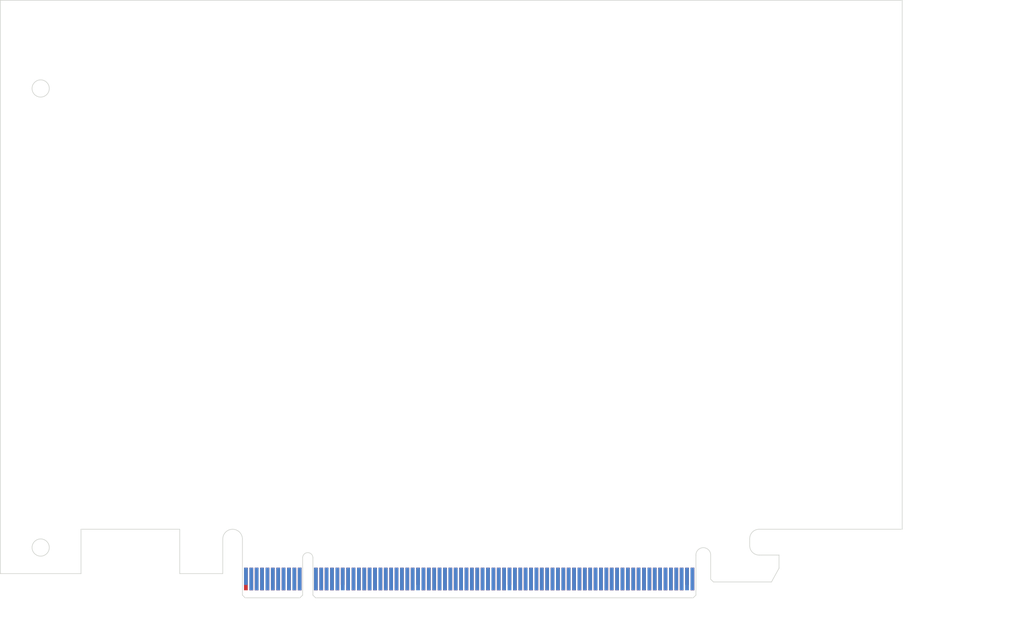
<source format=kicad_pcb>
(kicad_pcb (version 20240108) (generator "pcbnew") (generator_version "8.0")
  (layers (0 "F.Cu" signal) (1 "In1.Cu" power) (2 "In2.Cu" power) (31 "B.Cu" signal) (34 "B.Paste" user) (35 "F.Paste" user) (36 "B.SilkS" user "B.Silkscreen") (37 "F.SilkS" user "F.Silkscreen") (38 "B.Mask" user) (39 "F.Mask" user) (44 "Edge.Cuts" user))
  (net 0 "")
  (net 1 "/D0")
  (net 2 "/D1")
  (net 3 "/D2")
  (net 4 "/D3")
  (net 5 "/D4")
  (net 6 "/D5")
  (net 7 "/D6")
  (net 8 "/D7")
  (net 9 "/A0")
  (net 10 "/A1")
  (net 11 "/A2")
  (net 12 "/A3")
  (net 13 "/A4")
  (net 14 "/A5")
  (net 15 "/A6")
  (net 16 "/A7")
  (net 17 "/A8")
  (net 18 "/A9")
  (net 19 "/A10")
  (net 20 "/A11")
  (net 21 "/A12")
  (net 22 "/A13")
  (net 23 "/A14")
  (net 24 "/A15")
  (net 25 "/~{IRQ7}")
  (net 31 "/~{IRQ0}")
  (net 32 "/~{IRQ1}")
  (net 33 "/~{IRQ2}")
  (net 34 "/~{IRQ3}")
  (net 35 "/~{IRQ4}")
  (net 36 "/~{IRQ5}")
  (net 37 "/~{IRQ6}")
  (net 38 "/~{IOCS0}")
  (net 39 "/~{IOCS1}")
  (net 40 "/~{IOCS2}")
  (net 41 "/~{IOCS3}")
  (net 42 "/~{IOCS4}")
  (net 43 "/~{IOCS5}")
  (net 44 "/~{IOCS6}")
  (net 45 "/~{IOCS7}")
  (net 46 "/VPA")
  (net 47 "/VDA")
  (net 48 "/A16")
  (net 49 "/A17")
  (net 50 "/A18")
  (net 51 "/A19")
  (net 52 "/A20")
  (net 53 "/A21")
  (net 54 "/A22")
  (net 55 "/A23")
  (net 57 "/~{ML}")
  (net 58 "/~{VP}")
  (net 59 "/X")
  (net 60 "/M")
  (net 61 "/E")
  (net 62 "/~{BANK0}")
  (net 63 "/~{WR}")
  (net 64 "/~{RD}")
  (net 65 "/R~{W}")
  (net 66 "/VA")
  (net 67 "/SYNC")
  (net 68 "/~{WAI}")
  (net 69 "/RDY_IN")
  (net 70 "/BE")
  (net 71 "/~{ABORT}")
  (net 72 "/~{NMI}")
  (net 73 "/~{IRQ}")
  (net 74 "/~{CLK}")
  (net 75 "/CLK")
  (net 76 "/CLK_SRC")
  (net 77 "/~{CLK_EN}")
  (net 78 "/RST")
  (net 79 "/~{RST}")
  (net 80 "/~{MR}⎒")
  (net 81 "VCC")
  (net 82 "GND")
  (footprint "BB816-MATX-PCIE:PCIexpress_x16_HW_FH" (layer "F.Cu") (at 70.55 136.55)
    (property "Reference" "J1" (hide yes))
    (property "Value" "BB816_BreakoutA27_PCIex16")
    (fp_line (start -45.15 -111.15) (end -45.15 -4.5) (stroke (width 0.12)) (layer "Edge.Cuts"))
    (fp_line (start -45.15 -111.15) (end 122.5 -111.15) (stroke (width 0.12)) (layer "Edge.Cuts"))
    (fp_line (start -30.15 -12.75) (end -11.8 -12.75) (stroke (width 0.12)) (layer "Edge.Cuts"))
    (fp_line (start -30.15 -4.5) (end -45.15 -4.5) (stroke (width 0.12)) (layer "Edge.Cuts"))
    (fp_line (start -30.15 -4.5) (end -30.15 -12.75) (stroke (width 0.12)) (layer "Edge.Cuts"))
    (fp_line (start -11.8 -4.5) (end -11.8 -12.75) (stroke (width 0.12)) (layer "Edge.Cuts"))
    (fp_line (start -11.8 -4.5) (end -3.8 -4.5) (stroke (width 0.12)) (layer "Edge.Cuts"))
    (fp_line (start -3.8 -4.5) (end -3.8 -10.925) (stroke (width 0.12)) (layer "Edge.Cuts"))
    (fp_line (start -0.15 -0.5) (end -0.15 -10.925) (stroke (width 0.12)) (layer "Edge.Cuts"))
    (fp_line (start -0.15 -0.5) (end 0.35 0) (stroke (width 0.12)) (layer "Edge.Cuts"))
    (fp_line (start 0.35 0) (end 10.55 0) (stroke (width 0.12)) (layer "Edge.Cuts"))
    (fp_line (start 11.05 -7.45) (end 11.05 -0.5) (stroke (width 0.12)) (layer "Edge.Cuts"))
    (fp_line (start 11.05 -0.5) (end 10.55 0) (stroke (width 0.12)) (layer "Edge.Cuts"))
    (fp_line (start 12.95 -7.45) (end 12.95 -0.5) (stroke (width 0.12)) (layer "Edge.Cuts"))
    (fp_line (start 12.95 -0.5) (end 13.45 0) (stroke (width 0.12)) (layer "Edge.Cuts"))
    (fp_line (start 13.45 0) (end 83.65 0) (stroke (width 0.12)) (layer "Edge.Cuts"))
    (fp_line (start 84.15 -0.5) (end 83.65 0) (stroke (width 0.12)) (layer "Edge.Cuts"))
    (fp_line (start 84.15 -0.5) (end 84.15 -7.95) (stroke (width 0.12)) (layer "Edge.Cuts"))
    (fp_line (start 86.9 -3.45) (end 86.9 -7.95) (stroke (width 0.12)) (layer "Edge.Cuts"))
    (fp_line (start 86.9 -3.45) (end 87.4 -2.95) (stroke (width 0.12)) (layer "Edge.Cuts"))
    (fp_line (start 87.4 -2.95) (end 98.2 -2.95) (stroke (width 0.12)) (layer "Edge.Cuts"))
    (fp_line (start 94.15 -11) (end 94.15 -9.7) (stroke (width 0.12)) (layer "Edge.Cuts"))
    (fp_line (start 95.8973 -12.75) (end 122.5 -12.75) (stroke (width 0.12)) (layer "Edge.Cuts"))
    (fp_line (start 95.9 -7.95) (end 99.6 -7.95) (stroke (width 0.12)) (layer "Edge.Cuts"))
    (fp_line (start 98.2 -2.95) (end 99.6 -5.5) (stroke (width 0.12)) (layer "Edge.Cuts"))
    (fp_line (start 99.6 -5.5) (end 99.6 -7.95) (stroke (width 0.12)) (layer "Edge.Cuts"))
    (fp_line (start 122.5 -111.15) (end 122.5 -12.75) (stroke (width 0.12)) (layer "Edge.Cuts"))
    (fp_arc (start -3.8 -10.925) (mid -1.975 -12.75) (end -0.15 -10.925) (stroke (width 0.12)) (layer "Edge.Cuts"))
    (fp_arc (start 11.05 -7.45) (mid 12 -8.4) (end 12.95 -7.45) (stroke (width 0.12)) (layer "Edge.Cuts"))
    (fp_arc (start 84.15 -7.95) (mid 85.525 -9.325) (end 86.9 -7.95) (stroke (width 0.12)) (layer "Edge.Cuts"))
    (fp_arc (start 94.15 -11) (mid 94.662563 -12.237437) (end 95.9 -12.75) (stroke (width 0.12)) (layer "Edge.Cuts"))
    (fp_arc (start 95.9 -7.95) (mid 94.662563 -8.462563) (end 94.15 -9.7) (stroke (width 0.12)) (layer "Edge.Cuts"))
    (fp_circle (center -37.65 -94.75) (end -36.05 -94.75) (stroke (width 0.12)) (fill none) (layer "Edge.Cuts"))
    (fp_circle (center -37.65 -9.35) (end -36.05 -9.35) (stroke (width 0.12)) (fill none) (layer "Edge.Cuts"))
    (pad "A1" connect rect (at 0.5 -4) (size 0.7 3.2) (layers "B.Cu") (net 82 "GND"))
    (pad "A2" connect rect (at 1.5 -3.5) (size 0.7 4.2) (layers "B.Cu") (net 82 "GND"))
    (pad "A3" connect rect (at 2.5 -3.5) (size 0.7 4.2) (layers "B.Cu") (net 82 "GND"))
    (pad "A4" connect rect (at 3.5 -3.5) (size 0.7 4.2) (layers "B.Cu") (net 82 "GND"))
    (pad "A5" connect rect (at 4.5 -3.5) (size 0.7 4.2) (layers "B.Cu") (net 82 "GND"))
    (pad "A6" connect rect (at 5.5 -3.5) (size 0.7 4.2) (layers "B.Cu") (net 82 "GND"))
    (pad "A7" connect rect (at 6.5 -3.5) (size 0.7 4.2) (layers "B.Cu") (net 82 "GND"))
    (pad "A8" connect rect (at 7.5 -3.5) (size 0.7 4.2) (layers "B.Cu") (net 82 "GND"))
    (pad "A9" connect rect (at 8.5 -3.5) (size 0.7 4.2) (layers "B.Cu") (net 82 "GND"))
    (pad "A10" connect rect (at 9.5 -3.5) (size 0.7 4.2) (layers "B.Cu") (net 82 "GND"))
    (pad "A11" connect rect (at 10.5 -3.5) (size 0.7 4.2) (layers "B.Cu") (net 82 "GND"))
    (pad "A12" connect rect (at 13.5 -3.5) (size 0.7 4.2) (layers "B.Cu") (net 82 "GND"))
    (pad "A13" connect rect (at 14.5 -3.5) (size 0.7 4.2) (layers "B.Cu") (net 82 "GND"))
    (pad "A14" connect rect (at 15.5 -3.5) (size 0.7 4.2) (layers "B.Cu") (net 82 "GND"))
    (pad "A15" connect rect (at 16.5 -3.5) (size 0.7 4.2) (layers "B.Cu") (net 82 "GND"))
    (pad "A16" connect rect (at 17.5 -3.5) (size 0.7 4.2) (layers "B.Cu") (net 82 "GND"))
    (pad "A17" connect rect (at 18.5 -3.5) (size 0.7 4.2) (layers "B.Cu") (net 82 "GND"))
    (pad "A18" connect rect (at 19.5 -3.5) (size 0.7 4.2) (layers "B.Cu") (net 82 "GND"))
    (pad "A19" connect rect (at 20.5 -3.5) (size 0.7 4.2) (layers "B.Cu") (net 82 "GND"))
    (pad "A20" connect rect (at 21.5 -3.5) (size 0.7 4.2) (layers "B.Cu") (net 82 "GND"))
    (pad "A21" connect rect (at 22.5 -3.5) (size 0.7 4.2) (layers "B.Cu") (net 82 "GND"))
    (pad "A22" connect rect (at 23.5 -3.5) (size 0.7 4.2) (layers "B.Cu") (net 82 "GND"))
    (pad "A23" connect rect (at 24.5 -3.5) (size 0.7 4.2) (layers "B.Cu") (net 82 "GND"))
    (pad "A24" connect rect (at 25.5 -3.5) (size 0.7 4.2) (layers "B.Cu") (net 82 "GND"))
    (pad "A25" connect rect (at 26.5 -3.5) (size 0.7 4.2) (layers "B.Cu") (net 82 "GND"))
    (pad "A26" connect rect (at 27.5 -3.5) (size 0.7 4.2) (layers "B.Cu") (net 82 "GND"))
    (pad "A27" connect rect (at 28.5 -3.5) (size 0.7 4.2) (layers "B.Cu") (net 82 "GND"))
    (pad "A28" connect rect (at 29.5 -3.5) (size 0.7 4.2) (layers "B.Cu") (net 82 "GND"))
    (pad "A29" connect rect (at 30.5 -3.5) (size 0.7 4.2) (layers "B.Cu") (net 82 "GND"))
    (pad "A30" connect rect (at 31.5 -3.5) (size 0.7 4.2) (layers "B.Cu") (net 82 "GND"))
    (pad "A31" connect rect (at 32.5 -3.5) (size 0.7 4.2) (layers "B.Cu") (net 82 "GND"))
    (pad "A32" connect rect (at 33.5 -3.5) (size 0.7 4.2) (layers "B.Cu") (net 82 "GND"))
    (pad "A33" connect rect (at 34.5 -3.5) (size 0.7 4.2) (layers "B.Cu") (net 82 "GND"))
    (pad "A34" connect rect (at 35.5 -3.5) (size 0.7 4.2) (layers "B.Cu") (net 82 "GND"))
    (pad "A35" connect rect (at 36.5 -3.5) (size 0.7 4.2) (layers "B.Cu") (net 82 "GND"))
    (pad "A36" connect rect (at 37.5 -3.5) (size 0.7 4.2) (layers "B.Cu") (net 82 "GND"))
    (pad "A37" connect rect (at 38.5 -3.5) (size 0.7 4.2) (layers "B.Cu") (net 82 "GND"))
    (pad "A38" connect rect (at 39.5 -3.5) (size 0.7 4.2) (layers "B.Cu") (net 82 "GND"))
    (pad "A39" connect rect (at 40.5 -3.5) (size 0.7 4.2) (layers "B.Cu") (net 82 "GND"))
    (pad "A40" connect rect (at 41.5 -3.5) (size 0.7 4.2) (layers "B.Cu") (net 82 "GND"))
    (pad "A41" connect rect (at 42.5 -3.5) (size 0.7 4.2) (layers "B.Cu") (net 82 "GND"))
    (pad "A42" connect rect (at 43.5 -3.5) (size 0.7 4.2) (layers "B.Cu") (net 82 "GND"))
    (pad "A43" connect rect (at 44.5 -3.5) (size 0.7 4.2) (layers "B.Cu") (net 82 "GND"))
    (pad "A44" connect rect (at 45.5 -3.5) (size 0.7 4.2) (layers "B.Cu") (net 82 "GND"))
    (pad "A45" connect rect (at 46.5 -3.5) (size 0.7 4.2) (layers "B.Cu") (net 82 "GND"))
    (pad "A46" connect rect (at 47.5 -3.5) (size 0.7 4.2) (layers "B.Cu") (net 82 "GND"))
    (pad "A47" connect rect (at 48.5 -3.5) (size 0.7 4.2) (layers "B.Cu") (net 82 "GND"))
    (pad "A48" connect rect (at 49.5 -3.5) (size 0.7 4.2) (layers "B.Cu") (net 82 "GND"))
    (pad "A49" connect rect (at 50.5 -3.5) (size 0.7 4.2) (layers "B.Cu") (net 82 "GND"))
    (pad "A50" connect rect (at 51.5 -3.5) (size 0.7 4.2) (layers "B.Cu") (net 82 "GND"))
    (pad "A51" connect rect (at 52.5 -3.5) (size 0.7 4.2) (layers "B.Cu") (net 82 "GND"))
    (pad "A52" connect rect (at 53.5 -3.5) (size 0.7 4.2) (layers "B.Cu") (net 82 "GND"))
    (pad "A53" connect rect (at 54.5 -3.5) (size 0.7 4.2) (layers "B.Cu") (net 82 "GND"))
    (pad "A54" connect rect (at 55.5 -3.5) (size 0.7 4.2) (layers "B.Cu") (net 82 "GND"))
    (pad "A55" connect rect (at 56.5 -3.5) (size 0.7 4.2) (layers "B.Cu") (net 82 "GND"))
    (pad "A56" connect rect (at 57.5 -3.5) (size 0.7 4.2) (layers "B.Cu") (net 82 "GND"))
    (pad "A57" connect rect (at 58.5 -3.5) (size 0.7 4.2) (layers "B.Cu") (net 82 "GND"))
    (pad "A58" connect rect (at 59.5 -3.5) (size 0.7 4.2) (layers "B.Cu") (net 82 "GND"))
    (pad "A59" connect rect (at 60.5 -3.5) (size 0.7 4.2) (layers "B.Cu") (net 82 "GND"))
    (pad "A60" connect rect (at 61.5 -3.5) (size 0.7 4.2) (layers "B.Cu") (net 82 "GND"))
    (pad "A61" connect rect (at 62.5 -3.5) (size 0.7 4.2) (layers "B.Cu") (net 82 "GND"))
    (pad "A62" connect rect (at 63.5 -3.5) (size 0.7 4.2) (layers "B.Cu") (net 82 "GND"))
    (pad "A63" connect rect (at 64.5 -3.5) (size 0.7 4.2) (layers "B.Cu") (net 82 "GND"))
    (pad "A64" connect rect (at 65.5 -3.5) (size 0.7 4.2) (layers "B.Cu") (net 82 "GND"))
    (pad "A65" connect rect (at 66.5 -3.5) (size 0.7 4.2) (layers "B.Cu") (net 82 "GND"))
    (pad "A66" connect rect (at 67.5 -3.5) (size 0.7 4.2) (layers "B.Cu") (net 82 "GND"))
    (pad "A67" connect rect (at 68.5 -3.5) (size 0.7 4.2) (layers "B.Cu") (net 82 "GND"))
    (pad "A68" connect rect (at 69.5 -3.5) (size 0.7 4.2) (layers "B.Cu") (net 82 "GND"))
    (pad "A69" connect rect (at 70.5 -3.5) (size 0.7 4.2) (layers "B.Cu") (net 82 "GND"))
    (pad "A70" connect rect (at 71.5 -3.5) (size 0.7 4.2) (layers "B.Cu") (net 82 "GND"))
    (pad "A71" connect rect (at 72.5 -3.5) (size 0.7 4.2) (layers "B.Cu") (net 82 "GND"))
    (pad "A72" connect rect (at 73.5 -3.5) (size 0.7 4.2) (layers "B.Cu") (net 82 "GND"))
    (pad "A73" connect rect (at 74.5 -3.5) (size 0.7 4.2) (layers "B.Cu") (net 82 "GND"))
    (pad "A74" connect rect (at 75.5 -3.5) (size 0.7 4.2) (layers "B.Cu") (net 82 "GND"))
    (pad "A75" connect rect (at 76.5 -3.5) (size 0.7 4.2) (layers "B.Cu") (net 82 "GND"))
    (pad "A76" connect rect (at 77.5 -3.5) (size 0.7 4.2) (layers "B.Cu") (net 82 "GND"))
    (pad "A77" connect rect (at 78.5 -3.5) (size 0.7 4.2) (layers "B.Cu") (net 82 "GND"))
    (pad "A78" connect rect (at 79.5 -3.5) (size 0.7 4.2) (layers "B.Cu") (net 82 "GND"))
    (pad "A79" connect rect (at 80.5 -3.5) (size 0.7 4.2) (layers "B.Cu") (net 82 "GND"))
    (pad "A80" connect rect (at 81.5 -3.5) (size 0.7 4.2) (layers "B.Cu") (net 82 "GND"))
    (pad "A81" connect rect (at 82.5 -3.5) (size 0.7 4.2) (layers "B.Cu") (net 82 "GND"))
    (pad "A82" connect rect (at 83.5 -3.5) (size 0.7 4.2) (layers "B.Cu") (net 82 "GND"))
    (pad "B1" connect rect (at 0.5 -3.5) (size 0.7 4.2) (layers "F.Cu") (net 81 "VCC"))
    (pad "B2" connect rect (at 1.5 -3.5) (size 0.7 4.2) (layers "F.Cu") (net 82 "GND"))
    (pad "B3" connect rect (at 2.5 -3.5) (size 0.7 4.2) (layers "F.Cu") (net 80 "/~{MR}⎒"))
    (pad "B4" connect rect (at 3.5 -3.5) (size 0.7 4.2) (layers "F.Cu") (net 79 "/~{RST}"))
    (pad "B5" connect rect (at 4.5 -3.5) (size 0.7 4.2) (layers "F.Cu") (net 78 "/RST"))
    (pad "B6" connect rect (at 5.5 -3.5) (size 0.7 4.2) (layers "F.Cu") (net 77 "/~{CLK_EN}"))
    (pad "B7" connect rect (at 6.5 -3.5) (size 0.7 4.2) (layers "F.Cu") (net 76 "/CLK_SRC"))
    (pad "B8" connect rect (at 7.5 -3.5) (size 0.7 4.2) (layers "F.Cu") (net 75 "/CLK"))
    (pad "B9" connect rect (at 8.5 -3.5) (size 0.7 4.2) (layers "F.Cu") (net 74 "/~{CLK}"))
    (pad "B10" connect rect (at 9.5 -3.5) (size 0.7 4.2) (layers "F.Cu") (net 73 "/~{IRQ}"))
    (pad "B11" connect rect (at 10.5 -3.5) (size 0.7 4.2) (layers "F.Cu") (net 72 "/~{NMI}"))
    (pad "B12" connect rect (at 13.5 -3.5) (size 0.7 4.2) (layers "F.Cu") (net 71 "/~{ABORT}"))
    (pad "B13" connect rect (at 14.5 -3.5) (size 0.7 4.2) (layers "F.Cu") (net 70 "/BE"))
    (pad "B14" connect rect (at 15.5 -3.5) (size 0.7 4.2) (layers "F.Cu") (net 69 "/RDY_IN"))
    (pad "B15" connect rect (at 16.5 -3.5) (size 0.7 4.2) (layers "F.Cu") (net 68 "/~{WAI}"))
    (pad "B16" connect rect (at 17.5 -3.5) (size 0.7 4.2) (layers "F.Cu") (net 67 "/SYNC"))
    (pad "B17" connect rect (at 18.5 -4) (size 0.7 3.2) (layers "F.Cu") (net 66 "/VA"))
    (pad "B18" connect rect (at 19.5 -3.5) (size 0.7 4.2) (layers "F.Cu") (net 65 "/R~{W}"))
    (pad "B19" connect rect (at 20.5 -3.5) (size 0.7 4.2) (layers "F.Cu") (net 64 "/~{RD}"))
    (pad "B20" connect rect (at 21.5 -3.5) (size 0.7 4.2) (layers "F.Cu") (net 63 "/~{WR}"))
    (pad "B21" connect rect (at 22.5 -3.5) (size 0.7 4.2) (layers "F.Cu") (net 62 "/~{BANK0}"))
    (pad "B22" connect rect (at 23.5 -3.5) (size 0.7 4.2) (layers "F.Cu") (net 61 "/E"))
    (pad "B23" connect rect (at 24.5 -3.5) (size 0.7 4.2) (layers "F.Cu") (net 60 "/M"))
    (pad "B24" connect rect (at 25.5 -3.5) (size 0.7 4.2) (layers "F.Cu") (net 59 "/X"))
    (pad "B25" connect rect (at 26.5 -3.5) (size 0.7 4.2) (layers "F.Cu") (net 58 "/~{VP}"))
    (pad "B26" connect rect (at 27.5 -3.5) (size 0.7 4.2) (layers "F.Cu") (net 57 "/~{ML}"))
    (pad "B27" connect rect (at 28.5 -3.5) (size 0.7 4.2) (layers "F.Cu") (net 55 "/A23"))
    (pad "B28" connect rect (at 29.5 -3.5) (size 0.7 4.2) (layers "F.Cu") (net 54 "/A22"))
    (pad "B29" connect rect (at 30.5 -3.5) (size 0.7 4.2) (layers "F.Cu") (net 53 "/A21"))
    (pad "B30" connect rect (at 31.5 -3.5) (size 0.7 4.2) (layers "F.Cu") (net 52 "/A20"))
    (pad "B31" connect rect (at 32.5 -4) (size 0.7 3.2) (layers "F.Cu") (net 51 "/A19"))
    (pad "B32" connect rect (at 33.5 -3.5) (size 0.7 4.2) (layers "F.Cu") (net 50 "/A18"))
    (pad "B33" connect rect (at 34.5 -3.5) (size 0.7 4.2) (layers "F.Cu") (net 49 "/A17"))
    (pad "B34" connect rect (at 35.5 -3.5) (size 0.7 4.2) (layers "F.Cu") (net 48 "/A16"))
    (pad "B35" connect rect (at 36.5 -3.5) (size 0.7 4.2) (layers "F.Cu") (net 24 "/A15"))
    (pad "B36" connect rect (at 37.5 -3.5) (size 0.7 4.2) (layers "F.Cu") (net 23 "/A14"))
    (pad "B37" connect rect (at 38.5 -3.5) (size 0.7 4.2) (layers "F.Cu") (net 22 "/A13"))
    (pad "B38" connect rect (at 39.5 -3.5) (size 0.7 4.2) (layers "F.Cu") (net 21 "/A12"))
    (pad "B39" connect rect (at 40.5 -3.5) (size 0.7 4.2) (layers "F.Cu") (net 20 "/A11"))
    (pad "B40" connect rect (at 41.5 -3.5) (size 0.7 4.2) (layers "F.Cu") (net 19 "/A10"))
    (pad "B41" connect rect (at 42.5 -3.5) (size 0.7 4.2) (layers "F.Cu") (net 18 "/A9"))
    (pad "B42" connect rect (at 43.5 -3.5) (size 0.7 4.2) (layers "F.Cu") (net 17 "/A8"))
    (pad "B43" connect rect (at 44.5 -3.5) (size 0.7 4.2) (layers "F.Cu") (net 16 "/A7"))
    (pad "B44" connect rect (at 45.5 -3.5) (size 0.7 4.2) (layers "F.Cu") (net 15 "/A6"))
    (pad "B45" connect rect (at 46.5 -3.5) (size 0.7 4.2) (layers "F.Cu") (net 14 "/A5"))
    (pad "B46" connect rect (at 47.5 -3.5) (size 0.7 4.2) (layers "F.Cu") (net 13 "/A4"))
    (pad "B47" connect rect (at 48.5 -3.5) (size 0.7 4.2) (layers "F.Cu") (net 12 "/A3"))
    (pad "B48" connect rect (at 49.5 -4) (size 0.7 3.2) (layers "F.Cu") (net 11 "/A2"))
    (pad "B49" connect rect (at 50.5 -3.5) (size 0.7 4.2) (layers "F.Cu") (net 10 "/A1"))
    (pad "B50" connect rect (at 51.5 -3.5) (size 0.7 4.2) (layers "F.Cu") (net 9 "/A0"))
    (pad "B51" connect rect (at 52.5 -3.5) (size 0.7 4.2) (layers "F.Cu") (net 8 "/D7"))
    (pad "B52" connect rect (at 53.5 -3.5) (size 0.7 4.2) (layers "F.Cu") (net 7 "/D6"))
    (pad "B53" connect rect (at 54.5 -3.5) (size 0.7 4.2) (layers "F.Cu") (net 6 "/D5"))
    (pad "B54" connect rect (at 55.5 -3.5) (size 0.7 4.2) (layers "F.Cu") (net 5 "/D4"))
    (pad "B55" connect rect (at 56.5 -3.5) (size 0.7 4.2) (layers "F.Cu") (net 4 "/D3"))
    (pad "B56" connect rect (at 57.5 -3.5) (size 0.7 4.2) (layers "F.Cu") (net 3 "/D2"))
    (pad "B57" connect rect (at 58.5 -3.5) (size 0.7 4.2) (layers "F.Cu") (net 2 "/D1"))
    (pad "B58" connect rect (at 59.5 -3.5) (size 0.7 4.2) (layers "F.Cu") (net 1 "/D0"))
    (pad "B59" connect rect (at 60.5 -3.5) (size 0.7 4.2) (layers "F.Cu") (net 47 "/VDA"))
    (pad "B60" connect rect (at 61.5 -3.5) (size 0.7 4.2) (layers "F.Cu") (net 46 "/VPA"))
    (pad "B61" connect rect (at 62.5 -3.5) (size 0.7 4.2) (layers "F.Cu"))
    (pad "B62" connect rect (at 63.5 -3.5) (size 0.7 4.2) (layers "F.Cu"))
    (pad "B63" connect rect (at 64.5 -3.5) (size 0.7 4.2) (layers "F.Cu"))
    (pad "B64" connect rect (at 65.5 -3.5) (size 0.7 4.2) (layers "F.Cu"))
    (pad "B65" connect rect (at 66.5 -3.5) (size 0.7 4.2) (layers "F.Cu"))
    (pad "B66" connect rect (at 67.5 -3.5) (size 0.7 4.2) (layers "F.Cu"))
    (pad "B67" connect rect (at 68.5 -3.5) (size 0.7 4.2) (layers "F.Cu") (net 45 "/~{IOCS7}"))
    (pad "B68" connect rect (at 69.5 -3.5) (size 0.7 4.2) (layers "F.Cu") (net 44 "/~{IOCS6}"))
    (pad "B69" connect rect (at 70.5 -3.5) (size 0.7 4.2) (layers "F.Cu") (net 43 "/~{IOCS5}"))
    (pad "B70" connect rect (at 71.5 -3.5) (size 0.7 4.2) (layers "F.Cu") (net 42 "/~{IOCS4}"))
    (pad "B71" connect rect (at 72.5 -3.5) (size 0.7 4.2) (layers "F.Cu") (net 41 "/~{IOCS3}"))
    (pad "B72" connect rect (at 73.5 -3.5) (size 0.7 4.2) (layers "F.Cu") (net 40 "/~{IOCS2}"))
    (pad "B73" connect rect (at 74.5 -3.5) (size 0.7 4.2) (layers "F.Cu") (net 39 "/~{IOCS1}"))
    (pad "B74" connect rect (at 75.5 -3.5) (size 0.7 4.2) (layers "F.Cu") (net 38 "/~{IOCS0}"))
    (pad "B75" connect rect (at 76.5 -3.5) (size 0.7 4.2) (layers "F.Cu") (net 25 "/~{IRQ7}"))
    (pad "B76" connect rect (at 77.5 -3.5) (size 0.7 4.2) (layers "F.Cu") (net 37 "/~{IRQ6}"))
    (pad "B77" connect rect (at 78.5 -3.5) (size 0.7 4.2) (layers "F.Cu") (net 36 "/~{IRQ5}"))
    (pad "B78" connect rect (at 79.5 -3.5) (size 0.7 4.2) (layers "F.Cu") (net 35 "/~{IRQ4}"))
    (pad "B79" connect rect (at 80.5 -3.5) (size 0.7 4.2) (layers "F.Cu") (net 34 "/~{IRQ3}"))
    (pad "B80" connect rect (at 81.5 -3.5) (size 0.7 4.2) (layers "F.Cu") (net 33 "/~{IRQ2}"))
    (pad "B81" connect rect (at 82.5 -4) (size 0.7 3.2) (layers "F.Cu") (net 32 "/~{IRQ1}"))
    (pad "B82" connect rect (at 83.5 -3.5) (size 0.7 4.2) (layers "F.Cu") (net 31 "/~{IRQ0}"))
  )
)
</source>
